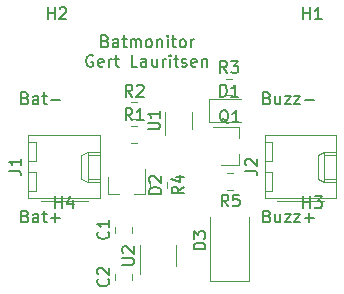
<source format=gbr>
G04 #@! TF.GenerationSoftware,KiCad,Pcbnew,(5.1.5)-3*
G04 #@! TF.CreationDate,2020-06-03T08:16:42+02:00*
G04 #@! TF.ProjectId,LowBatAlarm,4c6f7742-6174-4416-9c61-726d2e6b6963,rev?*
G04 #@! TF.SameCoordinates,Original*
G04 #@! TF.FileFunction,Legend,Top*
G04 #@! TF.FilePolarity,Positive*
%FSLAX46Y46*%
G04 Gerber Fmt 4.6, Leading zero omitted, Abs format (unit mm)*
G04 Created by KiCad (PCBNEW (5.1.5)-3) date 2020-06-03 08:16:42*
%MOMM*%
%LPD*%
G04 APERTURE LIST*
%ADD10C,0.150000*%
%ADD11C,0.120000*%
G04 APERTURE END LIST*
D10*
X146190476Y-92928571D02*
X146333333Y-92976190D01*
X146380952Y-93023809D01*
X146428571Y-93119047D01*
X146428571Y-93261904D01*
X146380952Y-93357142D01*
X146333333Y-93404761D01*
X146238095Y-93452380D01*
X145857142Y-93452380D01*
X145857142Y-92452380D01*
X146190476Y-92452380D01*
X146285714Y-92500000D01*
X146333333Y-92547619D01*
X146380952Y-92642857D01*
X146380952Y-92738095D01*
X146333333Y-92833333D01*
X146285714Y-92880952D01*
X146190476Y-92928571D01*
X145857142Y-92928571D01*
X147285714Y-92785714D02*
X147285714Y-93452380D01*
X146857142Y-92785714D02*
X146857142Y-93309523D01*
X146904761Y-93404761D01*
X147000000Y-93452380D01*
X147142857Y-93452380D01*
X147238095Y-93404761D01*
X147285714Y-93357142D01*
X147666666Y-92785714D02*
X148190476Y-92785714D01*
X147666666Y-93452380D01*
X148190476Y-93452380D01*
X148476190Y-92785714D02*
X149000000Y-92785714D01*
X148476190Y-93452380D01*
X149000000Y-93452380D01*
X149380952Y-93071428D02*
X150142857Y-93071428D01*
X146190476Y-102928571D02*
X146333333Y-102976190D01*
X146380952Y-103023809D01*
X146428571Y-103119047D01*
X146428571Y-103261904D01*
X146380952Y-103357142D01*
X146333333Y-103404761D01*
X146238095Y-103452380D01*
X145857142Y-103452380D01*
X145857142Y-102452380D01*
X146190476Y-102452380D01*
X146285714Y-102500000D01*
X146333333Y-102547619D01*
X146380952Y-102642857D01*
X146380952Y-102738095D01*
X146333333Y-102833333D01*
X146285714Y-102880952D01*
X146190476Y-102928571D01*
X145857142Y-102928571D01*
X147285714Y-102785714D02*
X147285714Y-103452380D01*
X146857142Y-102785714D02*
X146857142Y-103309523D01*
X146904761Y-103404761D01*
X147000000Y-103452380D01*
X147142857Y-103452380D01*
X147238095Y-103404761D01*
X147285714Y-103357142D01*
X147666666Y-102785714D02*
X148190476Y-102785714D01*
X147666666Y-103452380D01*
X148190476Y-103452380D01*
X148476190Y-102785714D02*
X149000000Y-102785714D01*
X148476190Y-103452380D01*
X149000000Y-103452380D01*
X149380952Y-103071428D02*
X150142857Y-103071428D01*
X149761904Y-103452380D02*
X149761904Y-102690476D01*
X125714285Y-92928571D02*
X125857142Y-92976190D01*
X125904761Y-93023809D01*
X125952380Y-93119047D01*
X125952380Y-93261904D01*
X125904761Y-93357142D01*
X125857142Y-93404761D01*
X125761904Y-93452380D01*
X125380952Y-93452380D01*
X125380952Y-92452380D01*
X125714285Y-92452380D01*
X125809523Y-92500000D01*
X125857142Y-92547619D01*
X125904761Y-92642857D01*
X125904761Y-92738095D01*
X125857142Y-92833333D01*
X125809523Y-92880952D01*
X125714285Y-92928571D01*
X125380952Y-92928571D01*
X126809523Y-93452380D02*
X126809523Y-92928571D01*
X126761904Y-92833333D01*
X126666666Y-92785714D01*
X126476190Y-92785714D01*
X126380952Y-92833333D01*
X126809523Y-93404761D02*
X126714285Y-93452380D01*
X126476190Y-93452380D01*
X126380952Y-93404761D01*
X126333333Y-93309523D01*
X126333333Y-93214285D01*
X126380952Y-93119047D01*
X126476190Y-93071428D01*
X126714285Y-93071428D01*
X126809523Y-93023809D01*
X127142857Y-92785714D02*
X127523809Y-92785714D01*
X127285714Y-92452380D02*
X127285714Y-93309523D01*
X127333333Y-93404761D01*
X127428571Y-93452380D01*
X127523809Y-93452380D01*
X127857142Y-93071428D02*
X128619047Y-93071428D01*
X125714285Y-102928571D02*
X125857142Y-102976190D01*
X125904761Y-103023809D01*
X125952380Y-103119047D01*
X125952380Y-103261904D01*
X125904761Y-103357142D01*
X125857142Y-103404761D01*
X125761904Y-103452380D01*
X125380952Y-103452380D01*
X125380952Y-102452380D01*
X125714285Y-102452380D01*
X125809523Y-102500000D01*
X125857142Y-102547619D01*
X125904761Y-102642857D01*
X125904761Y-102738095D01*
X125857142Y-102833333D01*
X125809523Y-102880952D01*
X125714285Y-102928571D01*
X125380952Y-102928571D01*
X126809523Y-103452380D02*
X126809523Y-102928571D01*
X126761904Y-102833333D01*
X126666666Y-102785714D01*
X126476190Y-102785714D01*
X126380952Y-102833333D01*
X126809523Y-103404761D02*
X126714285Y-103452380D01*
X126476190Y-103452380D01*
X126380952Y-103404761D01*
X126333333Y-103309523D01*
X126333333Y-103214285D01*
X126380952Y-103119047D01*
X126476190Y-103071428D01*
X126714285Y-103071428D01*
X126809523Y-103023809D01*
X127142857Y-102785714D02*
X127523809Y-102785714D01*
X127285714Y-102452380D02*
X127285714Y-103309523D01*
X127333333Y-103404761D01*
X127428571Y-103452380D01*
X127523809Y-103452380D01*
X127857142Y-103071428D02*
X128619047Y-103071428D01*
X128238095Y-103452380D02*
X128238095Y-102690476D01*
X132476190Y-88103571D02*
X132619047Y-88151190D01*
X132666666Y-88198809D01*
X132714285Y-88294047D01*
X132714285Y-88436904D01*
X132666666Y-88532142D01*
X132619047Y-88579761D01*
X132523809Y-88627380D01*
X132142857Y-88627380D01*
X132142857Y-87627380D01*
X132476190Y-87627380D01*
X132571428Y-87675000D01*
X132619047Y-87722619D01*
X132666666Y-87817857D01*
X132666666Y-87913095D01*
X132619047Y-88008333D01*
X132571428Y-88055952D01*
X132476190Y-88103571D01*
X132142857Y-88103571D01*
X133571428Y-88627380D02*
X133571428Y-88103571D01*
X133523809Y-88008333D01*
X133428571Y-87960714D01*
X133238095Y-87960714D01*
X133142857Y-88008333D01*
X133571428Y-88579761D02*
X133476190Y-88627380D01*
X133238095Y-88627380D01*
X133142857Y-88579761D01*
X133095238Y-88484523D01*
X133095238Y-88389285D01*
X133142857Y-88294047D01*
X133238095Y-88246428D01*
X133476190Y-88246428D01*
X133571428Y-88198809D01*
X133904761Y-87960714D02*
X134285714Y-87960714D01*
X134047619Y-87627380D02*
X134047619Y-88484523D01*
X134095238Y-88579761D01*
X134190476Y-88627380D01*
X134285714Y-88627380D01*
X134619047Y-88627380D02*
X134619047Y-87960714D01*
X134619047Y-88055952D02*
X134666666Y-88008333D01*
X134761904Y-87960714D01*
X134904761Y-87960714D01*
X135000000Y-88008333D01*
X135047619Y-88103571D01*
X135047619Y-88627380D01*
X135047619Y-88103571D02*
X135095238Y-88008333D01*
X135190476Y-87960714D01*
X135333333Y-87960714D01*
X135428571Y-88008333D01*
X135476190Y-88103571D01*
X135476190Y-88627380D01*
X136095238Y-88627380D02*
X136000000Y-88579761D01*
X135952380Y-88532142D01*
X135904761Y-88436904D01*
X135904761Y-88151190D01*
X135952380Y-88055952D01*
X136000000Y-88008333D01*
X136095238Y-87960714D01*
X136238095Y-87960714D01*
X136333333Y-88008333D01*
X136380952Y-88055952D01*
X136428571Y-88151190D01*
X136428571Y-88436904D01*
X136380952Y-88532142D01*
X136333333Y-88579761D01*
X136238095Y-88627380D01*
X136095238Y-88627380D01*
X136857142Y-87960714D02*
X136857142Y-88627380D01*
X136857142Y-88055952D02*
X136904761Y-88008333D01*
X137000000Y-87960714D01*
X137142857Y-87960714D01*
X137238095Y-88008333D01*
X137285714Y-88103571D01*
X137285714Y-88627380D01*
X137761904Y-88627380D02*
X137761904Y-87960714D01*
X137761904Y-87627380D02*
X137714285Y-87675000D01*
X137761904Y-87722619D01*
X137809523Y-87675000D01*
X137761904Y-87627380D01*
X137761904Y-87722619D01*
X138095238Y-87960714D02*
X138476190Y-87960714D01*
X138238095Y-87627380D02*
X138238095Y-88484523D01*
X138285714Y-88579761D01*
X138380952Y-88627380D01*
X138476190Y-88627380D01*
X138952380Y-88627380D02*
X138857142Y-88579761D01*
X138809523Y-88532142D01*
X138761904Y-88436904D01*
X138761904Y-88151190D01*
X138809523Y-88055952D01*
X138857142Y-88008333D01*
X138952380Y-87960714D01*
X139095238Y-87960714D01*
X139190476Y-88008333D01*
X139238095Y-88055952D01*
X139285714Y-88151190D01*
X139285714Y-88436904D01*
X139238095Y-88532142D01*
X139190476Y-88579761D01*
X139095238Y-88627380D01*
X138952380Y-88627380D01*
X139714285Y-88627380D02*
X139714285Y-87960714D01*
X139714285Y-88151190D02*
X139761904Y-88055952D01*
X139809523Y-88008333D01*
X139904761Y-87960714D01*
X140000000Y-87960714D01*
X131428571Y-89325000D02*
X131333333Y-89277380D01*
X131190476Y-89277380D01*
X131047619Y-89325000D01*
X130952380Y-89420238D01*
X130904761Y-89515476D01*
X130857142Y-89705952D01*
X130857142Y-89848809D01*
X130904761Y-90039285D01*
X130952380Y-90134523D01*
X131047619Y-90229761D01*
X131190476Y-90277380D01*
X131285714Y-90277380D01*
X131428571Y-90229761D01*
X131476190Y-90182142D01*
X131476190Y-89848809D01*
X131285714Y-89848809D01*
X132285714Y-90229761D02*
X132190476Y-90277380D01*
X132000000Y-90277380D01*
X131904761Y-90229761D01*
X131857142Y-90134523D01*
X131857142Y-89753571D01*
X131904761Y-89658333D01*
X132000000Y-89610714D01*
X132190476Y-89610714D01*
X132285714Y-89658333D01*
X132333333Y-89753571D01*
X132333333Y-89848809D01*
X131857142Y-89944047D01*
X132761904Y-90277380D02*
X132761904Y-89610714D01*
X132761904Y-89801190D02*
X132809523Y-89705952D01*
X132857142Y-89658333D01*
X132952380Y-89610714D01*
X133047619Y-89610714D01*
X133238095Y-89610714D02*
X133619047Y-89610714D01*
X133380952Y-89277380D02*
X133380952Y-90134523D01*
X133428571Y-90229761D01*
X133523809Y-90277380D01*
X133619047Y-90277380D01*
X135190476Y-90277380D02*
X134714285Y-90277380D01*
X134714285Y-89277380D01*
X135952380Y-90277380D02*
X135952380Y-89753571D01*
X135904761Y-89658333D01*
X135809523Y-89610714D01*
X135619047Y-89610714D01*
X135523809Y-89658333D01*
X135952380Y-90229761D02*
X135857142Y-90277380D01*
X135619047Y-90277380D01*
X135523809Y-90229761D01*
X135476190Y-90134523D01*
X135476190Y-90039285D01*
X135523809Y-89944047D01*
X135619047Y-89896428D01*
X135857142Y-89896428D01*
X135952380Y-89848809D01*
X136857142Y-89610714D02*
X136857142Y-90277380D01*
X136428571Y-89610714D02*
X136428571Y-90134523D01*
X136476190Y-90229761D01*
X136571428Y-90277380D01*
X136714285Y-90277380D01*
X136809523Y-90229761D01*
X136857142Y-90182142D01*
X137333333Y-90277380D02*
X137333333Y-89610714D01*
X137333333Y-89801190D02*
X137380952Y-89705952D01*
X137428571Y-89658333D01*
X137523809Y-89610714D01*
X137619047Y-89610714D01*
X137952380Y-90277380D02*
X137952380Y-89610714D01*
X137952380Y-89277380D02*
X137904761Y-89325000D01*
X137952380Y-89372619D01*
X138000000Y-89325000D01*
X137952380Y-89277380D01*
X137952380Y-89372619D01*
X138285714Y-89610714D02*
X138666666Y-89610714D01*
X138428571Y-89277380D02*
X138428571Y-90134523D01*
X138476190Y-90229761D01*
X138571428Y-90277380D01*
X138666666Y-90277380D01*
X138952380Y-90229761D02*
X139047619Y-90277380D01*
X139238095Y-90277380D01*
X139333333Y-90229761D01*
X139380952Y-90134523D01*
X139380952Y-90086904D01*
X139333333Y-89991666D01*
X139238095Y-89944047D01*
X139095238Y-89944047D01*
X139000000Y-89896428D01*
X138952380Y-89801190D01*
X138952380Y-89753571D01*
X139000000Y-89658333D01*
X139095238Y-89610714D01*
X139238095Y-89610714D01*
X139333333Y-89658333D01*
X140190476Y-90229761D02*
X140095238Y-90277380D01*
X139904761Y-90277380D01*
X139809523Y-90229761D01*
X139761904Y-90134523D01*
X139761904Y-89753571D01*
X139809523Y-89658333D01*
X139904761Y-89610714D01*
X140095238Y-89610714D01*
X140190476Y-89658333D01*
X140238095Y-89753571D01*
X140238095Y-89848809D01*
X139761904Y-89944047D01*
X140666666Y-89610714D02*
X140666666Y-90277380D01*
X140666666Y-89705952D02*
X140714285Y-89658333D01*
X140809523Y-89610714D01*
X140952380Y-89610714D01*
X141047619Y-89658333D01*
X141095238Y-89753571D01*
X141095238Y-90277380D01*
D11*
X143321078Y-99290000D02*
X142803922Y-99290000D01*
X143321078Y-100710000D02*
X142803922Y-100710000D01*
X136290000Y-100003922D02*
X136290000Y-100521078D01*
X137710000Y-100003922D02*
X137710000Y-100521078D01*
X141350000Y-108400000D02*
X141350000Y-103000000D01*
X144650000Y-108400000D02*
X144650000Y-103000000D01*
X141350000Y-108400000D02*
X144650000Y-108400000D01*
X132670000Y-101060000D02*
X132670000Y-99600000D01*
X135830000Y-101060000D02*
X135830000Y-98900000D01*
X135830000Y-101060000D02*
X134900000Y-101060000D01*
X132670000Y-101060000D02*
X133600000Y-101060000D01*
X135390000Y-105410000D02*
X135390000Y-107840000D01*
X138460000Y-107170000D02*
X138460000Y-105410000D01*
X134710000Y-108321078D02*
X134710000Y-107803922D01*
X133290000Y-108321078D02*
X133290000Y-107803922D01*
X134710000Y-104321078D02*
X134710000Y-103803922D01*
X133290000Y-104321078D02*
X133290000Y-103803922D01*
X134678922Y-94710000D02*
X135196078Y-94710000D01*
X134678922Y-93290000D02*
X135196078Y-93290000D01*
X134678922Y-96710000D02*
X135196078Y-96710000D01*
X134678922Y-95290000D02*
X135196078Y-95290000D01*
X139810000Y-95525000D02*
X139810000Y-94125000D01*
X137490000Y-94125000D02*
X137490000Y-96025000D01*
X142678922Y-92710000D02*
X143196078Y-92710000D01*
X142678922Y-91290000D02*
X143196078Y-91290000D01*
X143760000Y-98580000D02*
X142300000Y-98580000D01*
X143760000Y-95420000D02*
X141600000Y-95420000D01*
X143760000Y-95420000D02*
X143760000Y-96350000D01*
X143760000Y-98580000D02*
X143760000Y-97650000D01*
X146570000Y-96660000D02*
X145970000Y-96660000D01*
X146570000Y-98260000D02*
X146570000Y-96660000D01*
X145970000Y-98260000D02*
X146570000Y-98260000D01*
X146570000Y-99200000D02*
X145970000Y-99200000D01*
X146570000Y-100800000D02*
X146570000Y-99200000D01*
X145970000Y-100800000D02*
X146570000Y-100800000D01*
X151990000Y-97710000D02*
X150990000Y-97710000D01*
X151990000Y-99750000D02*
X150990000Y-99750000D01*
X150460000Y-97710000D02*
X150990000Y-97460000D01*
X150460000Y-99750000D02*
X150460000Y-97710000D01*
X150990000Y-100000000D02*
X150460000Y-99750000D01*
X150990000Y-97460000D02*
X151990000Y-97460000D01*
X150990000Y-100000000D02*
X150990000Y-97460000D01*
X151990000Y-100000000D02*
X150990000Y-100000000D01*
X147000000Y-101670000D02*
X151000000Y-101670000D01*
X145970000Y-96080000D02*
X145970000Y-101380000D01*
X151990000Y-96080000D02*
X145970000Y-96080000D01*
X151990000Y-101380000D02*
X151990000Y-96080000D01*
X145970000Y-101380000D02*
X151990000Y-101380000D01*
X126570000Y-96660000D02*
X125970000Y-96660000D01*
X126570000Y-98260000D02*
X126570000Y-96660000D01*
X125970000Y-98260000D02*
X126570000Y-98260000D01*
X126570000Y-99200000D02*
X125970000Y-99200000D01*
X126570000Y-100800000D02*
X126570000Y-99200000D01*
X125970000Y-100800000D02*
X126570000Y-100800000D01*
X131990000Y-97710000D02*
X130990000Y-97710000D01*
X131990000Y-99750000D02*
X130990000Y-99750000D01*
X130460000Y-97710000D02*
X130990000Y-97460000D01*
X130460000Y-99750000D02*
X130460000Y-97710000D01*
X130990000Y-100000000D02*
X130460000Y-99750000D01*
X130990000Y-97460000D02*
X131990000Y-97460000D01*
X130990000Y-100000000D02*
X130990000Y-97460000D01*
X131990000Y-100000000D02*
X130990000Y-100000000D01*
X127000000Y-101670000D02*
X131000000Y-101670000D01*
X125970000Y-96080000D02*
X125970000Y-101380000D01*
X131990000Y-96080000D02*
X125970000Y-96080000D01*
X131990000Y-101380000D02*
X131990000Y-96080000D01*
X125970000Y-101380000D02*
X131990000Y-101380000D01*
X141252500Y-94960000D02*
X143937500Y-94960000D01*
X141252500Y-93040000D02*
X141252500Y-94960000D01*
X143937500Y-93040000D02*
X141252500Y-93040000D01*
D10*
X142895833Y-102102380D02*
X142562500Y-101626190D01*
X142324404Y-102102380D02*
X142324404Y-101102380D01*
X142705357Y-101102380D01*
X142800595Y-101150000D01*
X142848214Y-101197619D01*
X142895833Y-101292857D01*
X142895833Y-101435714D01*
X142848214Y-101530952D01*
X142800595Y-101578571D01*
X142705357Y-101626190D01*
X142324404Y-101626190D01*
X143800595Y-101102380D02*
X143324404Y-101102380D01*
X143276785Y-101578571D01*
X143324404Y-101530952D01*
X143419642Y-101483333D01*
X143657738Y-101483333D01*
X143752976Y-101530952D01*
X143800595Y-101578571D01*
X143848214Y-101673809D01*
X143848214Y-101911904D01*
X143800595Y-102007142D01*
X143752976Y-102054761D01*
X143657738Y-102102380D01*
X143419642Y-102102380D01*
X143324404Y-102054761D01*
X143276785Y-102007142D01*
X139102380Y-100429166D02*
X138626190Y-100762500D01*
X139102380Y-101000595D02*
X138102380Y-101000595D01*
X138102380Y-100619642D01*
X138150000Y-100524404D01*
X138197619Y-100476785D01*
X138292857Y-100429166D01*
X138435714Y-100429166D01*
X138530952Y-100476785D01*
X138578571Y-100524404D01*
X138626190Y-100619642D01*
X138626190Y-101000595D01*
X138435714Y-99572023D02*
X139102380Y-99572023D01*
X138054761Y-99810119D02*
X138769047Y-100048214D01*
X138769047Y-99429166D01*
X140952380Y-105738095D02*
X139952380Y-105738095D01*
X139952380Y-105500000D01*
X140000000Y-105357142D01*
X140095238Y-105261904D01*
X140190476Y-105214285D01*
X140380952Y-105166666D01*
X140523809Y-105166666D01*
X140714285Y-105214285D01*
X140809523Y-105261904D01*
X140904761Y-105357142D01*
X140952380Y-105500000D01*
X140952380Y-105738095D01*
X139952380Y-104833333D02*
X139952380Y-104214285D01*
X140333333Y-104547619D01*
X140333333Y-104404761D01*
X140380952Y-104309523D01*
X140428571Y-104261904D01*
X140523809Y-104214285D01*
X140761904Y-104214285D01*
X140857142Y-104261904D01*
X140904761Y-104309523D01*
X140952380Y-104404761D01*
X140952380Y-104690476D01*
X140904761Y-104785714D01*
X140857142Y-104833333D01*
X137202380Y-101038095D02*
X136202380Y-101038095D01*
X136202380Y-100800000D01*
X136250000Y-100657142D01*
X136345238Y-100561904D01*
X136440476Y-100514285D01*
X136630952Y-100466666D01*
X136773809Y-100466666D01*
X136964285Y-100514285D01*
X137059523Y-100561904D01*
X137154761Y-100657142D01*
X137202380Y-100800000D01*
X137202380Y-101038095D01*
X136297619Y-100085714D02*
X136250000Y-100038095D01*
X136202380Y-99942857D01*
X136202380Y-99704761D01*
X136250000Y-99609523D01*
X136297619Y-99561904D01*
X136392857Y-99514285D01*
X136488095Y-99514285D01*
X136630952Y-99561904D01*
X137202380Y-100133333D01*
X137202380Y-99514285D01*
X133902380Y-107051904D02*
X134711904Y-107051904D01*
X134807142Y-107004285D01*
X134854761Y-106956666D01*
X134902380Y-106861428D01*
X134902380Y-106670952D01*
X134854761Y-106575714D01*
X134807142Y-106528095D01*
X134711904Y-106480476D01*
X133902380Y-106480476D01*
X133997619Y-106051904D02*
X133950000Y-106004285D01*
X133902380Y-105909047D01*
X133902380Y-105670952D01*
X133950000Y-105575714D01*
X133997619Y-105528095D01*
X134092857Y-105480476D01*
X134188095Y-105480476D01*
X134330952Y-105528095D01*
X134902380Y-106099523D01*
X134902380Y-105480476D01*
X132707142Y-108229166D02*
X132754761Y-108276785D01*
X132802380Y-108419642D01*
X132802380Y-108514880D01*
X132754761Y-108657738D01*
X132659523Y-108752976D01*
X132564285Y-108800595D01*
X132373809Y-108848214D01*
X132230952Y-108848214D01*
X132040476Y-108800595D01*
X131945238Y-108752976D01*
X131850000Y-108657738D01*
X131802380Y-108514880D01*
X131802380Y-108419642D01*
X131850000Y-108276785D01*
X131897619Y-108229166D01*
X131897619Y-107848214D02*
X131850000Y-107800595D01*
X131802380Y-107705357D01*
X131802380Y-107467261D01*
X131850000Y-107372023D01*
X131897619Y-107324404D01*
X131992857Y-107276785D01*
X132088095Y-107276785D01*
X132230952Y-107324404D01*
X132802380Y-107895833D01*
X132802380Y-107276785D01*
X132707142Y-104229166D02*
X132754761Y-104276785D01*
X132802380Y-104419642D01*
X132802380Y-104514880D01*
X132754761Y-104657738D01*
X132659523Y-104752976D01*
X132564285Y-104800595D01*
X132373809Y-104848214D01*
X132230952Y-104848214D01*
X132040476Y-104800595D01*
X131945238Y-104752976D01*
X131850000Y-104657738D01*
X131802380Y-104514880D01*
X131802380Y-104419642D01*
X131850000Y-104276785D01*
X131897619Y-104229166D01*
X132802380Y-103276785D02*
X132802380Y-103848214D01*
X132802380Y-103562500D02*
X131802380Y-103562500D01*
X131945238Y-103657738D01*
X132040476Y-103752976D01*
X132088095Y-103848214D01*
X134770833Y-92802380D02*
X134437500Y-92326190D01*
X134199404Y-92802380D02*
X134199404Y-91802380D01*
X134580357Y-91802380D01*
X134675595Y-91850000D01*
X134723214Y-91897619D01*
X134770833Y-91992857D01*
X134770833Y-92135714D01*
X134723214Y-92230952D01*
X134675595Y-92278571D01*
X134580357Y-92326190D01*
X134199404Y-92326190D01*
X135151785Y-91897619D02*
X135199404Y-91850000D01*
X135294642Y-91802380D01*
X135532738Y-91802380D01*
X135627976Y-91850000D01*
X135675595Y-91897619D01*
X135723214Y-91992857D01*
X135723214Y-92088095D01*
X135675595Y-92230952D01*
X135104166Y-92802380D01*
X135723214Y-92802380D01*
X134770833Y-94802380D02*
X134437500Y-94326190D01*
X134199404Y-94802380D02*
X134199404Y-93802380D01*
X134580357Y-93802380D01*
X134675595Y-93850000D01*
X134723214Y-93897619D01*
X134770833Y-93992857D01*
X134770833Y-94135714D01*
X134723214Y-94230952D01*
X134675595Y-94278571D01*
X134580357Y-94326190D01*
X134199404Y-94326190D01*
X135723214Y-94802380D02*
X135151785Y-94802380D01*
X135437500Y-94802380D02*
X135437500Y-93802380D01*
X135342261Y-93945238D01*
X135247023Y-94040476D01*
X135151785Y-94088095D01*
X136102380Y-95586904D02*
X136911904Y-95586904D01*
X137007142Y-95539285D01*
X137054761Y-95491666D01*
X137102380Y-95396428D01*
X137102380Y-95205952D01*
X137054761Y-95110714D01*
X137007142Y-95063095D01*
X136911904Y-95015476D01*
X136102380Y-95015476D01*
X137102380Y-94015476D02*
X137102380Y-94586904D01*
X137102380Y-94301190D02*
X136102380Y-94301190D01*
X136245238Y-94396428D01*
X136340476Y-94491666D01*
X136388095Y-94586904D01*
X142770833Y-90802380D02*
X142437500Y-90326190D01*
X142199404Y-90802380D02*
X142199404Y-89802380D01*
X142580357Y-89802380D01*
X142675595Y-89850000D01*
X142723214Y-89897619D01*
X142770833Y-89992857D01*
X142770833Y-90135714D01*
X142723214Y-90230952D01*
X142675595Y-90278571D01*
X142580357Y-90326190D01*
X142199404Y-90326190D01*
X143104166Y-89802380D02*
X143723214Y-89802380D01*
X143389880Y-90183333D01*
X143532738Y-90183333D01*
X143627976Y-90230952D01*
X143675595Y-90278571D01*
X143723214Y-90373809D01*
X143723214Y-90611904D01*
X143675595Y-90707142D01*
X143627976Y-90754761D01*
X143532738Y-90802380D01*
X143247023Y-90802380D01*
X143151785Y-90754761D01*
X143104166Y-90707142D01*
X142904761Y-95047619D02*
X142809523Y-95000000D01*
X142714285Y-94904761D01*
X142571428Y-94761904D01*
X142476190Y-94714285D01*
X142380952Y-94714285D01*
X142428571Y-94952380D02*
X142333333Y-94904761D01*
X142238095Y-94809523D01*
X142190476Y-94619047D01*
X142190476Y-94285714D01*
X142238095Y-94095238D01*
X142333333Y-94000000D01*
X142428571Y-93952380D01*
X142619047Y-93952380D01*
X142714285Y-94000000D01*
X142809523Y-94095238D01*
X142857142Y-94285714D01*
X142857142Y-94619047D01*
X142809523Y-94809523D01*
X142714285Y-94904761D01*
X142619047Y-94952380D01*
X142428571Y-94952380D01*
X143809523Y-94952380D02*
X143238095Y-94952380D01*
X143523809Y-94952380D02*
X143523809Y-93952380D01*
X143428571Y-94095238D01*
X143333333Y-94190476D01*
X143238095Y-94238095D01*
X144332380Y-99063333D02*
X145046666Y-99063333D01*
X145189523Y-99110952D01*
X145284761Y-99206190D01*
X145332380Y-99349047D01*
X145332380Y-99444285D01*
X144427619Y-98634761D02*
X144380000Y-98587142D01*
X144332380Y-98491904D01*
X144332380Y-98253809D01*
X144380000Y-98158571D01*
X144427619Y-98110952D01*
X144522857Y-98063333D01*
X144618095Y-98063333D01*
X144760952Y-98110952D01*
X145332380Y-98682380D01*
X145332380Y-98063333D01*
X124332380Y-99063333D02*
X125046666Y-99063333D01*
X125189523Y-99110952D01*
X125284761Y-99206190D01*
X125332380Y-99349047D01*
X125332380Y-99444285D01*
X125332380Y-98063333D02*
X125332380Y-98634761D01*
X125332380Y-98349047D02*
X124332380Y-98349047D01*
X124475238Y-98444285D01*
X124570476Y-98539523D01*
X124618095Y-98634761D01*
X128238095Y-102252380D02*
X128238095Y-101252380D01*
X128238095Y-101728571D02*
X128809523Y-101728571D01*
X128809523Y-102252380D02*
X128809523Y-101252380D01*
X129714285Y-101585714D02*
X129714285Y-102252380D01*
X129476190Y-101204761D02*
X129238095Y-101919047D01*
X129857142Y-101919047D01*
X149238095Y-102252380D02*
X149238095Y-101252380D01*
X149238095Y-101728571D02*
X149809523Y-101728571D01*
X149809523Y-102252380D02*
X149809523Y-101252380D01*
X150190476Y-101252380D02*
X150809523Y-101252380D01*
X150476190Y-101633333D01*
X150619047Y-101633333D01*
X150714285Y-101680952D01*
X150761904Y-101728571D01*
X150809523Y-101823809D01*
X150809523Y-102061904D01*
X150761904Y-102157142D01*
X150714285Y-102204761D01*
X150619047Y-102252380D01*
X150333333Y-102252380D01*
X150238095Y-102204761D01*
X150190476Y-102157142D01*
X127618095Y-86252380D02*
X127618095Y-85252380D01*
X127618095Y-85728571D02*
X128189523Y-85728571D01*
X128189523Y-86252380D02*
X128189523Y-85252380D01*
X128618095Y-85347619D02*
X128665714Y-85300000D01*
X128760952Y-85252380D01*
X128999047Y-85252380D01*
X129094285Y-85300000D01*
X129141904Y-85347619D01*
X129189523Y-85442857D01*
X129189523Y-85538095D01*
X129141904Y-85680952D01*
X128570476Y-86252380D01*
X129189523Y-86252380D01*
X149238095Y-86252380D02*
X149238095Y-85252380D01*
X149238095Y-85728571D02*
X149809523Y-85728571D01*
X149809523Y-86252380D02*
X149809523Y-85252380D01*
X150809523Y-86252380D02*
X150238095Y-86252380D01*
X150523809Y-86252380D02*
X150523809Y-85252380D01*
X150428571Y-85395238D01*
X150333333Y-85490476D01*
X150238095Y-85538095D01*
X142199404Y-92802380D02*
X142199404Y-91802380D01*
X142437500Y-91802380D01*
X142580357Y-91850000D01*
X142675595Y-91945238D01*
X142723214Y-92040476D01*
X142770833Y-92230952D01*
X142770833Y-92373809D01*
X142723214Y-92564285D01*
X142675595Y-92659523D01*
X142580357Y-92754761D01*
X142437500Y-92802380D01*
X142199404Y-92802380D01*
X143723214Y-92802380D02*
X143151785Y-92802380D01*
X143437500Y-92802380D02*
X143437500Y-91802380D01*
X143342261Y-91945238D01*
X143247023Y-92040476D01*
X143151785Y-92088095D01*
M02*

</source>
